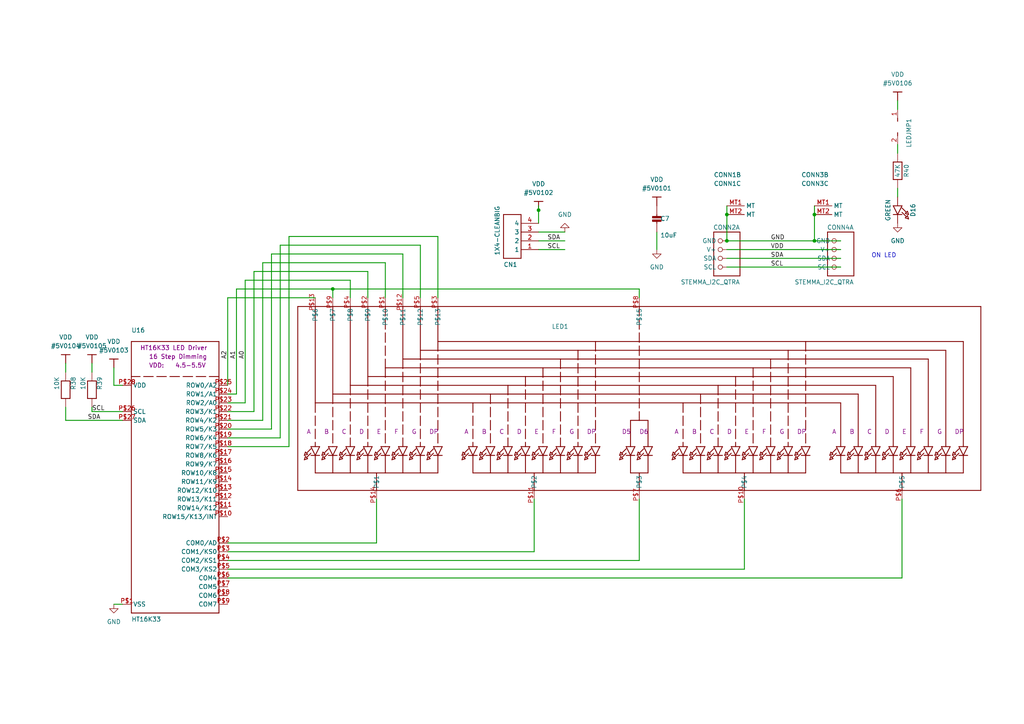
<source format=kicad_sch>
(kicad_sch (version 20230121) (generator eeschema)
  (paper "A4")
  (lib_symbols
    (symbol "Adafruit_0.56_7-Segment_QT-altium-import:VDD" (power)
      (property "Reference" "#PWR" (at 0 0 0))
      (property "Value" "VDD" (at 0 3.81 0))
      (symbol "VDD_0_0"
        (pin power_in line (at 0 0 0) (length 0) hide (name "VDD") (number ""))
      )
    )
    (symbol "Adafruit_0.56_7-Segment_QT-altium-import:root_0_CAP_CERAMIC0805_10MGAP"
      (symbol "root_0_CAP_CERAMIC0805_10MGAP_1_0"
        (pin passive line (at 0 5.08 270) (length 2.54) (name "1") (number "1"))
        (pin passive line (at 0 -2.54 90) (length 2.54) (name "2") (number "2"))
      )
    )
    (symbol "Adafruit_0.56_7-Segment_QT-altium-import:root_0_HT16K33_SOP28_SKINNY"
      (symbol "root_0_HT16K33_SOP28_SKINNY_1_0"
        (pin bidirectional line (at -15.24 -38.1 0) (length 2.54) (name "VSS") (number "P$1"))
        (pin bidirectional line (at 15.24 -12.7 180) (length 2.54) (name "ROW15/K13/INT") (number "P$10"))
        (pin bidirectional line (at 15.24 -10.16 180) (length 2.54) (name "ROW14/K12") (number "P$11"))
        (pin bidirectional line (at 15.24 -7.62 180) (length 2.54) (name "ROW13/K11") (number "P$12"))
        (pin bidirectional line (at 15.24 -5.08 180) (length 2.54) (name "ROW12/K10") (number "P$13"))
        (pin bidirectional line (at 15.24 -2.54 180) (length 2.54) (name "ROW11/K9") (number "P$14"))
        (pin bidirectional line (at 15.24 0 180) (length 2.54) (name "ROW10/K8") (number "P$15"))
        (pin bidirectional line (at 15.24 2.54 180) (length 2.54) (name "ROW9/K7") (number "P$16"))
        (pin bidirectional line (at 15.24 5.08 180) (length 2.54) (name "ROW8/K6") (number "P$17"))
        (pin bidirectional line (at 15.24 7.62 180) (length 2.54) (name "ROW7/K5") (number "P$18"))
        (pin bidirectional line (at 15.24 10.16 180) (length 2.54) (name "ROW6/K4") (number "P$19"))
        (pin bidirectional line (at 15.24 -20.32 180) (length 2.54) (name "COM0/AD") (number "P$2"))
        (pin bidirectional line (at 15.24 12.7 180) (length 2.54) (name "ROW5/K3") (number "P$20"))
        (pin bidirectional line (at 15.24 15.24 180) (length 2.54) (name "ROW4/K2") (number "P$21"))
        (pin bidirectional line (at 15.24 17.78 180) (length 2.54) (name "ROW3/K1") (number "P$22"))
        (pin bidirectional line (at 15.24 20.32 180) (length 2.54) (name "ROW2/A0") (number "P$23"))
        (pin bidirectional line (at 15.24 22.86 180) (length 2.54) (name "ROW1/A1") (number "P$24"))
        (pin bidirectional line (at 15.24 25.4 180) (length 2.54) (name "ROW0/A2") (number "P$25"))
        (pin bidirectional line (at -15.24 17.78 0) (length 2.54) (name "SCL") (number "P$26"))
        (pin bidirectional line (at -15.24 15.24 0) (length 2.54) (name "SDA") (number "P$27"))
        (pin bidirectional line (at -15.24 25.4 0) (length 2.54) (name "VDD") (number "P$28"))
        (pin bidirectional line (at 15.24 -22.86 180) (length 2.54) (name "COM1/KS0") (number "P$3"))
        (pin bidirectional line (at 15.24 -25.4 180) (length 2.54) (name "COM2/KS1") (number "P$4"))
        (pin bidirectional line (at 15.24 -27.94 180) (length 2.54) (name "COM3/KS2") (number "P$5"))
        (pin bidirectional line (at 15.24 -30.48 180) (length 2.54) (name "COM4") (number "P$6"))
        (pin bidirectional line (at 15.24 -33.02 180) (length 2.54) (name "COM5") (number "P$7"))
        (pin bidirectional line (at 15.24 -35.56 180) (length 2.54) (name "COM6") (number "P$8"))
        (pin bidirectional line (at 15.24 -38.1 180) (length 2.54) (name "COM7") (number "P$9"))
      )
    )
    (symbol "Adafruit_0.56_7-Segment_QT-altium-import:root_0_STEMMA_I2C_QTRA"
      (symbol "root_0_STEMMA_I2C_QTRA_1_0"
        (pin passive inverted (at 0 5.08 0) (length 2.54) (name "GND") (number "1"))
        (pin passive inverted (at 0 2.54 0) (length 2.54) (name "V+") (number "2"))
        (pin passive inverted (at 0 0 0) (length 2.54) (name "SDA") (number "3"))
        (pin passive inverted (at 0 -2.54 0) (length 2.54) (name "SCL") (number "4"))
      )
      (symbol "root_0_STEMMA_I2C_QTRA_2_0"
        (pin bidirectional line (at 0 0 0) (length 5.08) (name "MT") (number "MT1"))
      )
      (symbol "root_0_STEMMA_I2C_QTRA_3_0"
        (pin bidirectional line (at 0 0 0) (length 5.08) (name "MT") (number "MT2"))
      )
    )
    (symbol "Adafruit_0.56_7-Segment_QT-altium-import:root_0_mirrored_STEMMA_I2C_QTRA"
      (symbol "root_0_mirrored_STEMMA_I2C_QTRA_1_0"
        (pin passive inverted (at 0 5.08 180) (length 2.54) (name "GND") (number "1"))
        (pin passive inverted (at 0 2.54 180) (length 2.54) (name "V+") (number "2"))
        (pin passive inverted (at 0 0 180) (length 2.54) (name "SDA") (number "3"))
        (pin passive inverted (at 0 -2.54 180) (length 2.54) (name "SCL") (number "4"))
      )
      (symbol "root_0_mirrored_STEMMA_I2C_QTRA_2_0"
        (pin bidirectional line (at 0 0 180) (length 5.08) (name "MT") (number "MT1"))
      )
      (symbol "root_0_mirrored_STEMMA_I2C_QTRA_3_0"
        (pin bidirectional line (at 0 0 180) (length 5.08) (name "MT") (number "MT2"))
      )
    )
    (symbol "Adafruit_0.56_7-Segment_QT-altium-import:root_2_1X4-CLEANBIG"
      (symbol "root_2_1X4-CLEANBIG_1_0"
        (pin bidirectional line (at 5.08 -2.54 180) (length 5.08) (name "1") (number "1"))
        (pin bidirectional line (at 5.08 0 180) (length 5.08) (name "2") (number "2"))
        (pin bidirectional line (at 5.08 2.54 180) (length 5.08) (name "3") (number "3"))
        (pin bidirectional line (at 5.08 5.08 180) (length 5.08) (name "4") (number "4"))
      )
    )
    (symbol "Adafruit_0.56_7-Segment_QT-altium-import:root_2_mirrored_DISP_SEGMENT_4DIGIT_BL-Q56C43"
      (symbol "root_2_mirrored_DISP_SEGMENT_4DIGIT_BL-Q56C43_1_0"
        (pin bidirectional line (at -73.66 25.4 270) (length 2.54) (name "P$10") (number "P$1"))
        (pin bidirectional line (at 30.48 -33.02 90) (length 2.54) (name "P$4") (number "P$10"))
        (pin bidirectional line (at -30.48 -33.02 90) (length 2.54) (name "P$2") (number "P$11"))
        (pin bidirectional line (at -68.58 25.4 270) (length 2.54) (name "P$11") (number "P$12"))
        (pin bidirectional line (at -93.98 25.4 270) (length 2.54) (name "P$6") (number "P$13"))
        (pin bidirectional line (at -76.2 -33.02 90) (length 2.54) (name "P$1") (number "P$14"))
        (pin bidirectional line (at -78.74 25.4 270) (length 2.54) (name "P$9") (number "P$2"))
        (pin bidirectional line (at -58.42 25.4 270) (length 2.54) (name "P$13") (number "P$3"))
        (pin bidirectional line (at -83.82 25.4 270) (length 2.54) (name "P$8") (number "P$4"))
        (pin bidirectional line (at -63.5 25.4 270) (length 2.54) (name "P$12") (number "P$5"))
        (pin bidirectional line (at 76.2 -33.02 90) (length 2.54) (name "P$5") (number "P$6"))
        (pin bidirectional line (at 0 -33.02 90) (length 2.54) (name "P$3") (number "P$7"))
        (pin bidirectional line (at 0 25.4 270) (length 2.54) (name "P$15") (number "P$8"))
        (pin bidirectional line (at -88.9 25.4 270) (length 2.54) (name "P$7") (number "P$9"))
      )
    )
    (symbol "Adafruit_0.56_7-Segment_QT-altium-import:root_3_LED0603_NOOUTLINE"
      (symbol "root_3_LED0603_NOOUTLINE_1_0"
        (pin passive line (at 0 5.08 270) (length 2.54) (name "A") (number "A"))
        (pin passive line (at 0 -2.54 90) (length 2.54) (name "C") (number "C"))
      )
    )
    (symbol "Adafruit_0.56_7-Segment_QT-altium-import:root_3_RESISTOR_0603_NOOUT"
      (symbol "root_3_RESISTOR_0603_NOOUT_1_0"
        (pin passive line (at 0 5.08 270) (length 2.54) (name "1") (number "1"))
        (pin passive line (at 0 -5.08 90) (length 2.54) (name "2") (number "2"))
      )
    )
    (symbol "Adafruit_0.56_7-Segment_QT-altium-import:root_3_SOLDERJUMPERCLOSED"
      (symbol "root_3_SOLDERJUMPERCLOSED_1_0"
        (pin passive line (at 0 5.08 270) (length 2.54) (name "1") (number "1"))
        (pin passive line (at 0 -5.08 90) (length 2.54) (name "2") (number "2"))
      )
    )
    (symbol "power:GND" (power) (pin_names (offset 0))
      (property "Value" "GND" (at 0 -3.81 0))
      (symbol "GND_1_1"
        (pin power_in line (at 0 0 270) (length 0) hide (name "GND") (number "1"))
      )
    )
  )
  (junction (at 96.52 83.82))
  (junction (at 210.82 69.85))
  (junction (at 236.22 69.85))
  (junction (at 156.21 60.96))
  (junction (at 236.22 62.23))
  (junction (at 210.82 62.23))
  (wire (pts (xy 210.82 69.85) (xy 210.82 62.23)) (stroke (width 0.254)))
  (wire (pts (xy 210.82 62.23) (xy 210.82 59.69)) (stroke (width 0.254)))
  (wire (pts (xy 66.04 121.92) (xy 76.2 121.92)) (stroke (width 0.254)))
  (wire (pts (xy 185.42 86.36) (xy 185.42 83.82)) (stroke (width 0.254)))
  (wire (pts (xy 68.58 83.82) (xy 96.52 83.82)) (stroke (width 0.254)))
  (wire (pts (xy 215.9 165.1) (xy 215.9 144.78)) (stroke (width 0.254)))
  (wire (pts (xy 190.5 72.39) (xy 190.5 67.31)) (stroke (width 0.254)))
  (wire (pts (xy 185.42 162.56) (xy 185.42 144.78)) (stroke (width 0.254)))
  (wire (pts (xy 66.04 124.46) (xy 78.74 124.46)) (stroke (width 0.254)))
  (wire (pts (xy 68.58 114.3) (xy 68.58 83.82)) (stroke (width 0.254)))
  (wire (pts (xy 66.04 86.36) (xy 91.44 86.36)) (stroke (width 0.254)))
  (wire (pts (xy 127 86.36) (xy 127 68.58)) (stroke (width 0.254)))
  (wire (pts (xy 236.22 62.23) (xy 236.22 59.69)) (stroke (width 0.254)))
  (wire (pts (xy 66.04 111.76) (xy 66.04 86.36)) (stroke (width 0.254)))
  (wire (pts (xy 260.35 57.15) (xy 260.35 54.61)) (stroke (width 0.254)))
  (wire (pts (xy 78.74 73.66) (xy 116.84 73.66)) (stroke (width 0.254)))
  (wire (pts (xy 66.04 157.48) (xy 109.22 157.48)) (stroke (width 0.254)))
  (wire (pts (xy 111.76 86.36) (xy 111.76 76.2)) (stroke (width 0.254)))
  (wire (pts (xy 236.22 69.85) (xy 236.22 62.23)) (stroke (width 0.254)))
  (wire (pts (xy 71.12 81.28) (xy 101.6 81.28)) (stroke (width 0.254)))
  (wire (pts (xy 83.82 129.54) (xy 83.82 68.58)) (stroke (width 0.254)))
  (wire (pts (xy 66.04 162.56) (xy 185.42 162.56)) (stroke (width 0.254)))
  (wire (pts (xy 154.94 160.02) (xy 154.94 144.78)) (stroke (width 0.254)))
  (wire (pts (xy 83.82 68.58) (xy 127 68.58)) (stroke (width 0.254)))
  (wire (pts (xy 96.52 86.36) (xy 96.52 83.82)) (stroke (width 0.254)))
  (wire (pts (xy 26.67 107.95) (xy 26.67 105.41)) (stroke (width 0.254)))
  (wire (pts (xy 66.04 129.54) (xy 83.82 129.54)) (stroke (width 0.254)))
  (wire (pts (xy 71.12 116.84) (xy 71.12 81.28)) (stroke (width 0.254)))
  (wire (pts (xy 210.82 77.47) (xy 243.84 77.47)) (stroke (width 0.254)))
  (wire (pts (xy 236.22 69.85) (xy 243.84 69.85)) (stroke (width 0.254)))
  (wire (pts (xy 260.35 44.45) (xy 260.35 41.91)) (stroke (width 0.254)))
  (wire (pts (xy 66.04 127) (xy 81.28 127)) (stroke (width 0.254)))
  (wire (pts (xy 156.21 72.39) (xy 163.83 72.39)) (stroke (width 0.254)))
  (wire (pts (xy 76.2 76.2) (xy 111.76 76.2)) (stroke (width 0.254)))
  (wire (pts (xy 156.21 69.85) (xy 163.83 69.85)) (stroke (width 0.254)))
  (wire (pts (xy 101.6 86.36) (xy 101.6 81.28)) (stroke (width 0.254)))
  (wire (pts (xy 66.04 119.38) (xy 73.66 119.38)) (stroke (width 0.254)))
  (wire (pts (xy 73.66 119.38) (xy 73.66 78.74)) (stroke (width 0.254)))
  (wire (pts (xy 210.82 74.93) (xy 243.84 74.93)) (stroke (width 0.254)))
  (wire (pts (xy 81.28 71.12) (xy 121.92 71.12)) (stroke (width 0.254)))
  (wire (pts (xy 96.52 83.82) (xy 185.42 83.82)) (stroke (width 0.254)))
  (wire (pts (xy 19.05 121.92) (xy 35.56 121.92)) (stroke (width 0.254)))
  (wire (pts (xy 66.04 160.02) (xy 154.94 160.02)) (stroke (width 0.254)))
  (wire (pts (xy 260.35 31.75) (xy 260.35 29.21)) (stroke (width 0.254)))
  (wire (pts (xy 109.22 157.48) (xy 109.22 144.78)) (stroke (width 0.254)))
  (wire (pts (xy 121.92 86.36) (xy 121.92 71.12)) (stroke (width 0.254)))
  (wire (pts (xy 66.04 165.1) (xy 215.9 165.1)) (stroke (width 0.254)))
  (wire (pts (xy 261.62 167.64) (xy 261.62 144.78)) (stroke (width 0.254)))
  (wire (pts (xy 156.21 60.96) (xy 156.21 59.69)) (stroke (width 0.254)))
  (wire (pts (xy 26.67 118.11) (xy 26.67 119.38)) (stroke (width 0.254)))
  (wire (pts (xy 66.04 116.84) (xy 71.12 116.84)) (stroke (width 0.254)))
  (wire (pts (xy 210.82 72.39) (xy 243.84 72.39)) (stroke (width 0.254)))
  (wire (pts (xy 81.28 127) (xy 81.28 71.12)) (stroke (width 0.254)))
  (wire (pts (xy 116.84 86.36) (xy 116.84 73.66)) (stroke (width 0.254)))
  (wire (pts (xy 33.02 111.76) (xy 33.02 106.68)) (stroke (width 0.254)))
  (wire (pts (xy 66.04 114.3) (xy 68.58 114.3)) (stroke (width 0.254)))
  (wire (pts (xy 26.67 119.38) (xy 35.56 119.38)) (stroke (width 0.254)))
  (wire (pts (xy 156.21 64.77) (xy 156.21 60.96)) (stroke (width 0.254)))
  (wire (pts (xy 210.82 69.85) (xy 236.22 69.85)) (stroke (width 0.254)))
  (wire (pts (xy 76.2 121.92) (xy 76.2 76.2)) (stroke (width 0.254)))
  (wire (pts (xy 66.04 167.64) (xy 261.62 167.64)) (stroke (width 0.254)))
  (wire (pts (xy 19.05 121.92) (xy 19.05 118.11)) (stroke (width 0.254)))
  (wire (pts (xy 156.21 67.31) (xy 163.83 67.31)) (stroke (width 0.254)))
  (wire (pts (xy 33.02 111.76) (xy 35.56 111.76)) (stroke (width 0.254)))
  (wire (pts (xy 33.02 175.26) (xy 35.56 175.26)) (stroke (width 0.254)))
  (wire (pts (xy 106.68 86.36) (xy 106.68 78.74)) (stroke (width 0.254)))
  (wire (pts (xy 19.05 107.95) (xy 19.05 105.41)) (stroke (width 0.254)))
  (wire (pts (xy 78.74 124.46) (xy 78.74 73.66)) (stroke (width 0.254)))
  (wire (pts (xy 73.66 78.74) (xy 106.68 78.74)) (stroke (width 0.254)))
  (text "ON LED" (at 252.73 74.93 0) (effects (font (size 1.27 1.27)) (justify left bottom)))
  (label "A0" (at 71.12 104.14 270))
  (label "A1" (at 68.58 104.14 270))
  (label "SCL" (at 223.52 77.47 180))
  (label "VDD" (at 223.52 72.39 180))
  (label "GND" (at 223.52 69.85 180))
  (label "SDA" (at 25.4 121.92 180))
  (label "A2" (at 66.04 104.14 270))
  (label "SDA" (at 223.52 74.93 180))
  (label "SCL" (at 158.75 72.39 180))
  (label "SCL" (at 26.67 119.38 180))
  (label "SDA" (at 158.75 69.85 180))
  (symbol (lib_id "power:GND") (at 190.5 72.39 0) (unit 1)
    (property "Reference" "#PWR03" (effects hide))
    (property "Value" "GND" (at 190.5 77.47 0))
    (instances (project "Schem1" (path "" (reference "#PWR03") (unit 1)) (path "" (reference "#PWR045") (unit 1))) (project "Capstone_2" (path "" (reference "#PWR04") (unit 1)) (path "" (reference "#PWR073") (unit 1))))
  )
  (symbol (lib_id "Adafruit_0.56_7-Segment_QT-altium-import:root_3_SOLDERJUMPERCLOSED") (at 260.35 36.83 0) (unit 1)
    (property "Reference" "LEDJMP1" (at 262.89 34.29 90) (effects (justify right top)))
    (property "Value" "SOLDERJUMPERCLOSED" (effects hide))
    (property "Footprint" "SOLDERJUMPER_CLOSEDWIRE" (effects hide))
    (property "GATENAME_1" "1" (effects hide))
    (property "SYMBOLNAME_1" "SOLDERJUMPER" (effects hide))
    (property "DEVICENAME" "CLOSED" (effects hide))
    (property "LIBRARYNAME" "microbuilder" (effects hide))
    (property "DEVICESETNAME" "SOLDERJUMPER" (effects hide))
    (instances (project "Schem1" (path "" (reference "LEDJMP1") (unit 1))) (project "Capstone_2" (path "" (reference "LEDJMP1") (unit 1))) (project "Adafruit_0.56_7-Segment_QT" (path "" (reference "LEDJMP") (unit 1))))
  )
  (symbol (lib_id "Adafruit_0.56_7-Segment_QT-altium-import:root_0_STEMMA_I2C_QTRA") (at 210.82 62.23 0) (unit 3)
    (property "Reference" "CONN1" (at 207.01 53.975 0) (effects (justify left bottom)))
    (property "Value" "STEMMA_I2C_QTRA" (effects hide))
    (property "Footprint" "JST_SH4_RA" (effects hide))
    (property "GATENAME_1" "G$1" (effects hide))
    (property "SYMBOLNAME_1" "STEMMA_I2C" (effects hide))
    (property "GATENAME_2" "G$2" (effects hide))
    (property "SYMBOLNAME_2" "MOUNTING" (effects hide))
    (property "GATENAME_3" "G$3" (effects hide))
    (property "SYMBOLNAME_3" "MOUNTING" (effects hide))
    (property "DEVICENAME" "_QTRA" (effects hide))
    (property "LIBRARYNAME" "microbuilder" (effects hide))
    (property "DEVICESETNAME" "STEMMA_I2C" (effects hide))
  )
  (symbol (lib_id "Adafruit_0.56_7-Segment_QT-altium-import:root_0_mirrored_STEMMA_I2C_QTRA") (at 210.82 74.93 0) (unit 1)
    (property "Reference" "CONN2" (at 214.63 66.675 0) (effects (justify right bottom)))
    (property "Value" "STEMMA_I2C_QTRA" (at 214.63 82.55 0) (effects (justify right bottom)))
    (property "Footprint" "JST_SH4_RA" (effects hide))
    (property "GATENAME_1" "G$1" (effects hide))
    (property "SYMBOLNAME_1" "STEMMA_I2C" (effects hide))
    (property "GATENAME_2" "G$2" (effects hide))
    (property "SYMBOLNAME_2" "MOUNTING" (effects hide))
    (property "GATENAME_3" "G$3" (effects hide))
    (property "SYMBOLNAME_3" "MOUNTING" (effects hide))
    (property "DEVICENAME" "_QTRA" (effects hide))
    (property "LIBRARYNAME" "microbuilder" (effects hide))
    (property "DEVICESETNAME" "STEMMA_I2C" (effects hide))
    (instances (project "Schem1" (path "" (reference "CONN2") (unit 1))) (project "Capstone_2" (path "" (reference "CONN2") (unit 1))) (project "Adafruit_0.56_7-Segment_QT" (path "" (reference "CONN1") (unit 1))))
  )
  (symbol (lib_id "power:GND") (at 260.35 64.77 0) (unit 1)
    (property "Reference" "#PWR03" (effects hide))
    (property "Value" "GND" (at 260.35 69.85 0))
    (instances (project "Schem1" (path "" (reference "#PWR03") (unit 1)) (path "" (reference "#PWR045") (unit 1))) (project "Capstone_2" (path "" (reference "#PWR04") (unit 1)) (path "" (reference "#PWR075") (unit 1))))
  )
  (symbol (lib_id "Adafruit_0.56_7-Segment_QT-altium-import:root_3_LED0603_NOOUTLINE") (at 260.35 62.23 0) (unit 1)
    (property "Reference" "D16" (at 264.795 60.96 90))
    (property "Value" "GREEN" (at 257.556 60.96 90))
    (property "Footprint" "CHIPLED_0603_NOOUTLINE" (effects hide))
    (property "GATENAME_1" "G$1" (effects hide))
    (property "SYMBOLNAME_1" "LED" (effects hide))
    (property "DEVICENAME" "0603_NOOUTLINE" (effects hide))
    (property "LIBRARYNAME" "microbuilder" (effects hide))
    (property "DEVICESETNAME" "LED" (effects hide))
    (instances (project "Schem1" (path "" (reference "D16") (unit 1))) (project "Capstone_2" (path "" (reference "D24") (unit 1))) (project "Adafruit_0.56_7-Segment_QT" (path "" (reference "D2") (unit 1))))
  )
  (symbol (lib_id "Adafruit_0.56_7-Segment_QT-altium-import:VDD") (at 260.35 29.21 180) (unit 1)
    (property "Reference" "5V" (at 260.35 24.13 0))
    (property "Value" "VDD" (at 260.35 21.59 0))
  )
  (symbol (lib_id "Adafruit_0.56_7-Segment_QT-altium-import:root_3_RESISTOR_0603_NOOUT") (at 260.35 49.53 0) (unit 1)
    (property "Reference" "R40" (at 262.89 49.53 90))
    (property "Value" "47K" (at 260.35 49.53 90))
    (property "Footprint" "0603-NO" (effects hide))
    (property "GATENAME_1" "G$1" (effects hide))
    (property "SYMBOLNAME_1" "RESISTOR" (effects hide))
    (property "DEVICENAME" "_0603_NOOUT" (effects hide))
    (property "LIBRARYNAME" "microbuilder" (effects hide))
    (property "DEVICESETNAME" "RESISTOR" (effects hide))
    (instances (project "Schem1" (path "" (reference "R40") (unit 1))) (project "Capstone_2" (path "" (reference "R6") (unit 1))) (project "Adafruit_0.56_7-Segment_QT" (path "" (reference "R6") (unit 1))))
  )
  (symbol (lib_id "Adafruit_0.56_7-Segment_QT-altium-import:VDD") (at 156.21 60.96 180) (unit 1)
    (property "Reference" "5V" (at 156.21 55.88 0))
    (property "Value" "VDD" (at 156.21 53.34 0))
  )
  (symbol (lib_id "Adafruit_0.56_7-Segment_QT-altium-import:root_0_HT16K33_SOP28_SKINNY") (at 50.8 137.16 0) (unit 1)
    (property "Reference" "U16" (at 38.1 96.52 0) (effects (justify left bottom)))
    (property "Value" "HT16K33" (at 38.1 180.34 0) (effects (justify left bottom)))
    (property "Footprint" "SOP28_300MIL_SKINNY" (effects hide))
    (property "GATENAME_1" "G$1" (effects hide))
    (property "SYMBOLNAME_1" "HT16K33_28PIN" (effects hide))
    (property "DEVICENAME" "_SKINNY" (effects hide))
    (property "LIBRARYNAME" "adafruit_display" (effects hide))
    (property "DEVICESETNAME" "HT16K33_SOP28" (effects hide))
    (property "HT16K33LEDDRIVER" "HT16K33 LED Driver" (at 40.64 101.6 0) (effects (justify left bottom)))
    (property "VDD" "VDD:" (at 43.18 106.68 0) (effects (justify left bottom)))
    (property "4.5-5.5V" "4.5-5.5V" (at 50.8 106.68 0) (effects (justify left bottom)))
    (property "16STEPDIMMING" "16 Step Dimming" (at 43.18 104.14 0) (effects (justify left bottom)))
    (instances (project "Schem1" (path "" (reference "U16") (unit 1))) (project "Capstone_2" (path "" (reference "U3") (unit 1))) (project "Adafruit_0.56_7-Segment_QT" (path "" (reference "U2") (unit 1))))
  )
  (symbol (lib_id "Adafruit_0.56_7-Segment_QT-altium-import:VDD") (at 190.5 59.69 180) (unit 1)
    (property "Reference" "5V" (at 190.5 54.61 0))
    (property "Value" "VDD" (at 190.5 52.07 0))
  )
  (symbol (lib_id "Adafruit_0.56_7-Segment_QT-altium-import:root_2_mirrored_DISP_SEGMENT_4DIGIT_BL-Q56C43") (at 185.42 111.76 0) (unit 1)
    (property "Reference" "LED1" (at 160.02 93.98 0) (effects (justify left top)))
    (property "Value" "DISP_SEGMENT_4DIGIT_BL-Q56C43" (effects hide))
    (property "Footprint" "SEGMENT-BL-Q56C43" (effects hide))
    (property "GATENAME_1" "G$1" (effects hide))
    (property "SYMBOLNAME_1" "SEGMENT_4DIGIT_COMMONCATHODE_TIME_14PIN" (effects hide))
    (property "LIBRARYNAME" "adafruit_display" (effects hide))
    (property "DEVICESETNAME" "DISP_SEGMENT_4DIGIT_BL-Q56C43" (effects hide))
    (property "A" "A" (at 88.9 124.46 0) (effects (justify left top)))
    (property "B" "B" (at 93.98 124.46 0) (effects (justify left top)))
    (property "C" "C" (at 99.06 124.46 0) (effects (justify left top)))
    (property "D" "D" (at 104.14 124.46 0) (effects (justify left top)))
    (property "E" "E" (at 109.22 124.46 0) (effects (justify left top)))
    (property "F" "F" (at 114.3 124.46 0) (effects (justify left top)))
    (property "G" "G" (at 119.38 124.46 0) (effects (justify left top)))
    (property "DP" "DP" (at 124.46 124.46 0) (effects (justify left top)))
    (property "A" "A" (at 134.62 124.46 0) (effects (justify left top)))
    (property "B" "B" (at 139.7 124.46 0) (effects (justify left top)))
    (property "C" "C" (at 144.78 124.46 0) (effects (justify left top)))
    (property "D" "D" (at 149.86 124.46 0) (effects (justify left top)))
    (property "E" "E" (at 154.94 124.46 0) (effects (justify left top)))
    (property "F" "F" (at 160.02 124.46 0) (effects (justify left top)))
    (property "G" "G" (at 165.1 124.46 0) (effects (justify left top)))
    (property "DP" "DP" (at 170.18 124.46 0) (effects (justify left top)))
    (property "D5" "D5" (at 180.34 124.46 0) (effects (justify left top)))
    (property "D6" "D6" (at 185.42 124.46 0) (effects (justify left top)))
    (property "A" "A" (at 195.58 124.46 0) (effects (justify left top)))
    (property "B" "B" (at 200.66 124.46 0) (effects (justify left top)))
    (property "C" "C" (at 205.74 124.46 0) (effects (justify left top)))
    (property "D" "D" (at 210.82 124.46 0) (effects (justify left top)))
    (property "E" "E" (at 215.9 124.46 0) (effects (justify left top)))
    (property "F" "F" (at 220.98 124.46 0) (effects (justify left top)))
    (property "G" "G" (at 226.06 124.46 0) (effects (justify left top)))
    (property "DP" "DP" (at 231.14 124.46 0) (effects (justify left top)))
    (property "A" "A" (at 241.3 124.46 0) (effects (justify left top)))
    (property "B" "B" (at 246.38 124.46 0) (effects (justify left top)))
    (property "C" "C" (at 251.46 124.46 0) (effects (justify left top)))
    (property "D" "D" (at 256.54 124.46 0) (effects (justify left top)))
    (property "E" "E" (at 261.62 124.46 0) (effects (justify left top)))
    (property "F" "F" (at 266.7 124.46 0) (effects (justify left top)))
    (property "G" "G" (at 271.78 124.46 0) (effects (justify left top)))
    (property "DP" "DP" (at 276.86 124.46 0) (effects (justify left top)))
    (instances (project "Schem1" (path "" (reference "LED1") (unit 1))) (project "Capstone_2" (path "" (reference "LED1") (unit 1))) (project "Adafruit_0.56_7-Segment_QT" (path "" (reference "LED2") (unit 1))))
  )
  (symbol (lib_id "Adafruit_0.56_7-Segment_QT-altium-import:root_0_STEMMA_I2C_QTRA") (at 236.22 59.69 0) (unit 2)
    (property "Reference" "CONN3" (at 232.41 51.435 0) (effects (justify left bottom)))
    (property "Value" "STEMMA_I2C_QTRA" (effects hide))
    (property "Footprint" "JST_SH4_RA" (effects hide))
    (property "GATENAME_1" "G$1" (effects hide))
    (property "SYMBOLNAME_1" "STEMMA_I2C" (effects hide))
    (property "GATENAME_2" "G$2" (effects hide))
    (property "SYMBOLNAME_2" "MOUNTING" (effects hide))
    (property "GATENAME_3" "G$3" (effects hide))
    (property "SYMBOLNAME_3" "MOUNTING" (effects hide))
    (property "DEVICENAME" "_QTRA" (effects hide))
    (property "LIBRARYNAME" "microbuilder" (effects hide))
    (property "DEVICESETNAME" "STEMMA_I2C" (effects hide))
    (instances (project "Schem1" (path "" (reference "CONN3") (unit 2))) (project "Capstone_2" (path "" (reference "CONN3") (unit 2))) (project "Adafruit_0.56_7-Segment_QT" (path "" (reference "CONN2") (unit 2))))
  )
  (symbol (lib_id "Adafruit_0.56_7-Segment_QT-altium-import:VDD") (at 33.02 106.68 180) (unit 1)
    (property "Reference" "5V" (at 33.02 101.6 0))
    (property "Value" "VDD" (at 33.02 99.06 0))
  )
  (symbol (lib_id "power:GND") (at 163.83 67.31 180) (unit 1)
    (property "Reference" "#PWR03" (effects hide))
    (property "Value" "GND" (at 163.83 62.23 0))
    (instances (project "Schem1" (path "" (reference "#PWR03") (unit 1)) (path "" (reference "#PWR045") (unit 1))) (project "Capstone_2" (path "" (reference "#PWR04") (unit 1)) (path "" (reference "#PWR071") (unit 1))))
  )
  (symbol (lib_id "Adafruit_0.56_7-Segment_QT-altium-import:root_0_CAP_CERAMIC0805_10MGAP") (at 190.5 64.77 0) (unit 1)
    (property "Reference" "C7" (at 191.516 64.135 0) (effects (justify left bottom)))
    (property "Value" "10uF" (at 191.516 68.961 0) (effects (justify left bottom)))
    (property "Footprint" "0805_10MGAP" (effects hide))
    (property "GATENAME_1" "G$1" (effects hide))
    (property "SYMBOLNAME_1" "CAPACITOR" (effects hide))
    (property "DEVICENAME" "0805_10MGAP" (effects hide))
    (property "LIBRARYNAME" "microbuilder" (effects hide))
    (property "DEVICESETNAME" "CAP_CERAMIC" (effects hide))
    (instances (project "Schem1" (path "" (reference "C7") (unit 1))) (project "Capstone_2" (path "" (reference "C43") (unit 1))) (project "Adafruit_0.56_7-Segment_QT" (path "" (reference "C1") (unit 1))))
  )
  (symbol (lib_id "Adafruit_0.56_7-Segment_QT-altium-import:root_3_RESISTOR_0603_NOOUT") (at 19.05 113.03 0) (unit 1)
    (property "Reference" "R38" (at 20.549 109.22 90) (effects (justify right top)))
    (property "Value" "10K" (at 15.748 109.22 90) (effects (justify right top)))
    (property "Footprint" "0603-NO" (effects hide))
    (property "GATENAME_1" "G$1" (effects hide))
    (property "SYMBOLNAME_1" "RESISTOR" (effects hide))
    (property "DEVICENAME" "_0603_NOOUT" (effects hide))
    (property "LIBRARYNAME" "microbuilder" (effects hide))
    (property "DEVICESETNAME" "RESISTOR" (effects hide))
    (instances (project "Schem1" (path "" (reference "R38") (unit 1))) (project "Capstone_2" (path "" (reference "R4") (unit 1))) (project "Adafruit_0.56_7-Segment_QT" (path "" (reference "R2") (unit 1))))
  )
  (symbol (lib_id "Adafruit_0.56_7-Segment_QT-altium-import:root_0_STEMMA_I2C_QTRA") (at 236.22 62.23 0) (unit 3)
    (property "Reference" "CONN3" (at 232.41 53.975 0) (effects (justify left bottom)))
    (property "Value" "STEMMA_I2C_QTRA" (effects hide))
    (property "Footprint" "JST_SH4_RA" (effects hide))
    (property "GATENAME_1" "G$1" (effects hide))
    (property "SYMBOLNAME_1" "STEMMA_I2C" (effects hide))
    (property "GATENAME_2" "G$2" (effects hide))
    (property "SYMBOLNAME_2" "MOUNTING" (effects hide))
    (property "GATENAME_3" "G$3" (effects hide))
    (property "SYMBOLNAME_3" "MOUNTING" (effects hide))
    (property "DEVICENAME" "_QTRA" (effects hide))
    (property "LIBRARYNAME" "microbuilder" (effects hide))
    (property "DEVICESETNAME" "STEMMA_I2C" (effects hide))
    (instances (project "Schem1" (path "" (reference "CONN3") (unit 3))) (project "Capstone_2" (path "" (reference "CONN3") (unit 3))) (project "Adafruit_0.56_7-Segment_QT" (path "" (reference "CONN2") (unit 3))))
  )
  (symbol (lib_id "Adafruit_0.56_7-Segment_QT-altium-import:root_3_RESISTOR_0603_NOOUT") (at 26.67 113.03 0) (unit 1)
    (property "Reference" "R39" (at 28.169 109.22 90) (effects (justify right top)))
    (property "Value" "10K" (at 23.368 109.22 90) (effects (justify right top)))
    (property "Footprint" "0603-NO" (effects hide))
    (property "GATENAME_1" "G$1" (effects hide))
    (property "SYMBOLNAME_1" "RESISTOR" (effects hide))
    (property "DEVICENAME" "_0603_NOOUT" (effects hide))
    (property "LIBRARYNAME" "microbuilder" (effects hide))
    (property "DEVICESETNAME" "RESISTOR" (effects hide))
    (instances (project "Schem1" (path "" (reference "R39") (unit 1))) (project "Capstone_2" (path "" (reference "R5") (unit 1))) (project "Adafruit_0.56_7-Segment_QT" (path "" (reference "R1") (unit 1))))
  )
  (symbol (lib_id "Adafruit_0.56_7-Segment_QT-altium-import:root_2_1X4-CLEANBIG") (at 151.13 69.85 0) (unit 1)
    (property "Reference" "CN1" (at 146.05 77.47 0) (effects (justify left bottom)))
    (property "Value" "1X4-CLEANBIG" (at 143.51 59.69 90) (effects (justify right top)))
    (property "Footprint" "1X04-CLEANBIG" (effects hide))
    (property "GATENAME_1" "G$1" (effects hide))
    (property "SYMBOLNAME_1" "1X4" (effects hide))
    (property "DEVICENAME" "-CLEANBIG" (effects hide))
    (property "LIBRARYNAME" "adafruit" (effects hide))
    (property "DEVICESETNAME" "1X4" (effects hide))
  )
  (symbol (lib_id "Adafruit_0.56_7-Segment_QT-altium-import:root_0_mirrored_STEMMA_I2C_QTRA") (at 243.84 74.93 0) (unit 1)
    (property "Reference" "CONN4" (at 247.65 66.675 0) (effects (justify right bottom)))
    (property "Value" "STEMMA_I2C_QTRA" (at 247.65 82.55 0) (effects (justify right bottom)))
    (property "Footprint" "JST_SH4_RA" (effects hide))
    (property "GATENAME_1" "G$1" (effects hide))
    (property "SYMBOLNAME_1" "STEMMA_I2C" (effects hide))
    (property "GATENAME_2" "G$2" (effects hide))
    (property "SYMBOLNAME_2" "MOUNTING" (effects hide))
    (property "GATENAME_3" "G$3" (effects hide))
    (property "SYMBOLNAME_3" "MOUNTING" (effects hide))
    (property "DEVICENAME" "_QTRA" (effects hide))
    (property "LIBRARYNAME" "microbuilder" (effects hide))
    (property "DEVICESETNAME" "STEMMA_I2C" (effects hide))
    (instances (project "Schem1" (path "" (reference "CONN4") (unit 1))) (project "Capstone_2" (path "" (reference "CONN4") (unit 1))) (project "Adafruit_0.56_7-Segment_QT" (path "" (reference "CONN2") (unit 1))))
  )
  (symbol (lib_id "Adafruit_0.56_7-Segment_QT-altium-import:VDD") (at 26.67 105.41 180) (unit 1)
    (property "Reference" "5V" (at 26.67 100.33 0))
    (property "Value" "VDD" (at 26.67 97.79 0))
  )
  (symbol (lib_id "Adafruit_0.56_7-Segment_QT-altium-import:root_0_STEMMA_I2C_QTRA") (at 210.82 59.69 0) (unit 2)
    (property "Reference" "CONN1" (at 207.01 51.435 0) (effects (justify left bottom)))
    (property "Value" "STEMMA_I2C_QTRA" (effects hide))
    (property "Footprint" "JST_SH4_RA" (effects hide))
    (property "GATENAME_1" "G$1" (effects hide))
    (property "SYMBOLNAME_1" "STEMMA_I2C" (effects hide))
    (property "GATENAME_2" "G$2" (effects hide))
    (property "SYMBOLNAME_2" "MOUNTING" (effects hide))
    (property "GATENAME_3" "G$3" (effects hide))
    (property "SYMBOLNAME_3" "MOUNTING" (effects hide))
    (property "DEVICENAME" "_QTRA" (effects hide))
    (property "LIBRARYNAME" "microbuilder" (effects hide))
    (property "DEVICESETNAME" "STEMMA_I2C" (effects hide))
  )
  (symbol (lib_id "Adafruit_0.56_7-Segment_QT-altium-import:VDD") (at 19.05 105.41 180) (unit 1)
    (property "Reference" "5V" (at 19.05 100.33 0))
    (property "Value" "VDD" (at 19.05 97.79 0))
  )
  (symbol (lib_id "power:GND") (at 33.02 175.26 0) (unit 1)
    (property "Reference" "#PWR03" (effects hide))
    (property "Value" "GND" (at 33.02 180.34 0))
    (instances (project "Schem1" (path "" (reference "#PWR03") (unit 1)) (path "" (reference "#PWR045") (unit 1))) (project "Capstone_2" (path "" (reference "#PWR04") (unit 1)) (path "" (reference "#PWR069") (unit 1))))
  )
)
</source>
